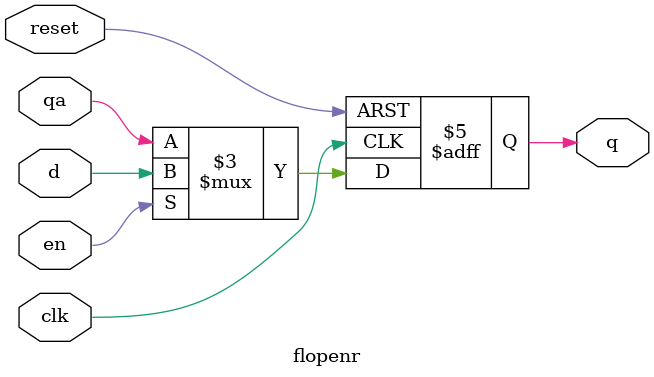
<source format=sv>
module flopenr (clk,reset,en,d,q,qa);
			   
  input logic clk;
  input logic reset;
  input logic en;
  input logic d;
  input logic qa;
  output logic q;
			   
	always @(posedge clk, posedge reset) begin
		if (reset) q <= 1'b0;
		else if (en) q <= d;
    else q<=qa;
	end
endmodule
</source>
